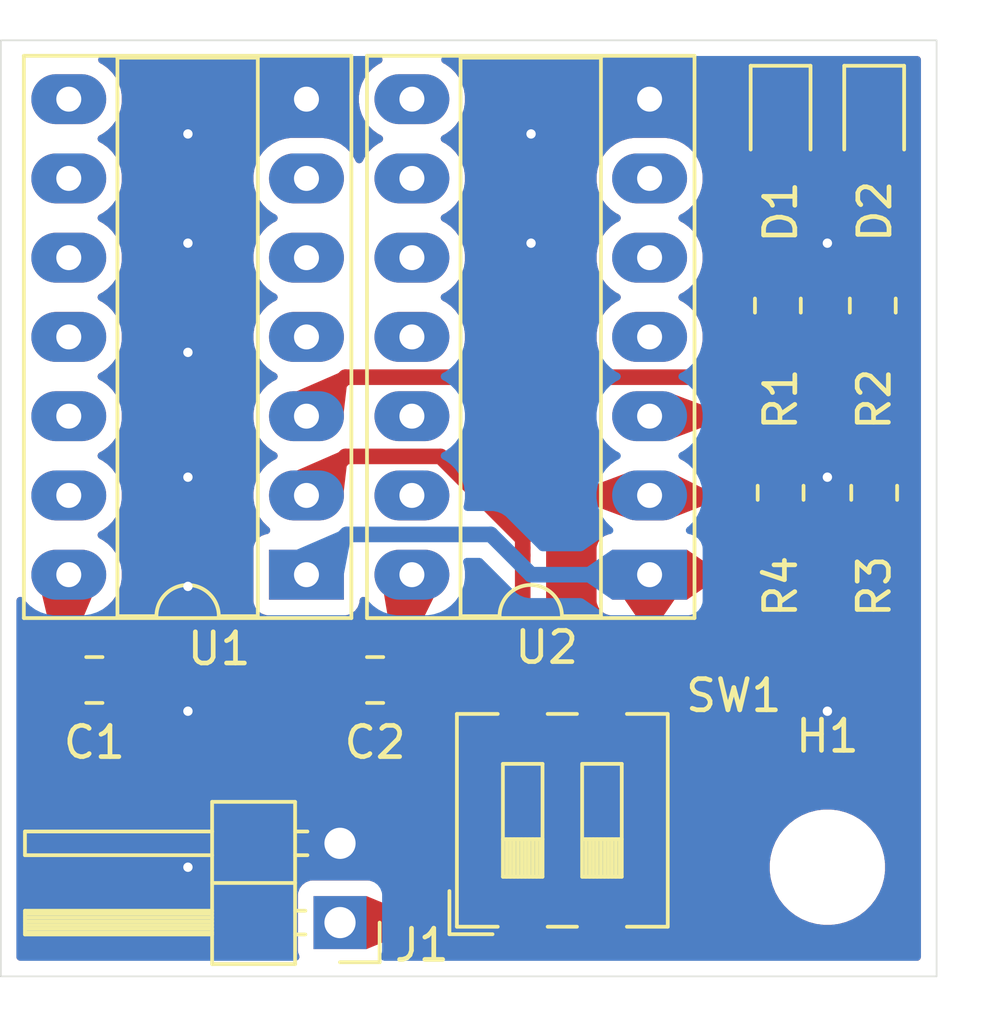
<source format=kicad_pcb>
(kicad_pcb (version 20240108) (generator "pcbnew") (generator_version "8.0")
  (title_block (title "HALF ADDER") (date "2024-03-02") (rev "v0.0") (company "MICAELA"))
  (layers (0 "F.Cu" signal) (31 "B.Cu" signal) (34 "B.Paste" user) (35 "F.Paste" user) (36 "B.SilkS" user "B.Silkscreen") (37 "F.SilkS" user "F.Silkscreen") (38 "B.Mask" user) (39 "F.Mask" user) (44 "Edge.Cuts" user))
  (net 0 "")
  (net 1 "GND")
  (net 2 "+5V")
  (net 3 "Net-(D1-A)")
  (net 4 "Net-(D2-A)")
  (net 5 "Net-(R1-Pad1)")
  (net 6 "Net-(R2-Pad1)")
  (net 7 "Net-(R3-Pad1)")
  (net 8 "Net-(R4-Pad1)")
  (footprint "Resistor_SMD:R_0805_2012Metric" (layer "F.Cu") (at 104.9125 73 90)
    (property "Reference" "R1" (at -3 0.0875 270) (layer "F.SilkS"))
    (property "Value" "470")
    (fp_line (start -0.227064 -0.735) (end 0.227064 -0.735) (stroke (width 0.12)) (layer "F.SilkS"))
    (fp_line (start -0.227064 0.735) (end 0.227064 0.735) (stroke (width 0.12)) (layer "F.SilkS"))
    (pad "1" smd roundrect (at -0.9125 0 90) (size 1.025 1.4) (layers "F.Cu" "F.Paste" "F.Mask") (roundrect_rratio 0.243902439) (net 5 "Net-(R1-Pad1)"))
    (pad "2" smd roundrect (at 0.9125 0 90) (size 1.025 1.4) (layers "F.Cu" "F.Paste" "F.Mask") (roundrect_rratio 0.243902439) (net 3 "Net-(D1-A)"))
  )
  (footprint "Package_DIP:DIP-14_W7.62mm_Socket_LongPads" (layer "F.Cu") (at 100.8 81.625 180)
    (property "Reference" "U2" (at 3.3 -2.33 180) (layer "F.SilkS"))
    (property "Value" "74LS08")
    (fp_line (start 9.06 16.63) (end 9.06 -1.39) (stroke (width 0.12)) (layer "F.SilkS"))
    (fp_line (start 9.06 -1.39) (end -1.44 -1.39) (stroke (width 0.12)) (layer "F.SilkS"))
    (fp_line (start 6.06 16.57) (end 6.06 -1.33) (stroke (width 0.12)) (layer "F.SilkS"))
    (fp_line (start 6.06 -1.33) (end 4.81 -1.33) (stroke (width 0.12)) (layer "F.SilkS"))
    (fp_line (start 2.81 -1.33) (end 1.56 -1.33) (stroke (width 0.12)) (layer "F.SilkS"))
    (fp_line (start 1.56 16.57) (end 6.06 16.57) (stroke (width 0.12)) (layer "F.SilkS"))
    (fp_line (start 1.56 -1.33) (end 1.56 16.57) (stroke (width 0.12)) (layer "F.SilkS"))
    (fp_line (start -1.44 16.63) (end 9.06 16.63) (stroke (width 0.12)) (layer "F.SilkS"))
    (fp_line (start -1.44 -1.39) (end -1.44 16.63) (stroke (width 0.12)) (layer "F.SilkS"))
    (fp_arc (start 4.81 -1.33) (mid 3.81 -0.33) (end 2.81 -1.33) (stroke (width 0.12)) (layer "F.SilkS"))
    (pad "1" thru_hole rect (at 0 0 180) (size 2.4 1.6) (drill 0.8) (layers "*.Cu" "*.Mask") (net 7 "Net-(R3-Pad1)"))
    (pad "2" thru_hole oval (at 0 2.54 180) (size 2.4 1.6) (drill 0.8) (layers "*.Cu" "*.Mask") (net 8 "Net-(R4-Pad1)"))
    (pad "3" thru_hole oval (at 0 5.08 180) (size 2.4 1.6) (drill 0.8) (layers "*.Cu" "*.Mask") (net 6 "Net-(R2-Pad1)"))
    (pad "4" thru_hole oval (at 0 7.62 180) (size 2.4 1.6) (drill 0.8) (layers "*.Cu" "*.Mask"))
    (pad "5" thru_hole oval (at 0 10.16 180) (size 2.4 1.6) (drill 0.8) (layers "*.Cu" "*.Mask"))
    (pad "6" thru_hole oval (at 0 12.7 180) (size 2.4 1.6) (drill 0.8) (layers "*.Cu" "*.Mask"))
    (pad "7" thru_hole oval (at 0 15.24 180) (size 2.4 1.6) (drill 0.8) (layers "*.Cu" "*.Mask") (net 1 "GND"))
    (pad "8" thru_hole oval (at 7.62 15.24 180) (size 2.4 1.6) (drill 0.8) (layers "*.Cu" "*.Mask"))
    (pad "9" thru_hole oval (at 7.62 12.7 180) (size 2.4 1.6) (drill 0.8) (layers "*.Cu" "*.Mask"))
    (pad "10" thru_hole oval (at 7.62 10.16 180) (size 2.4 1.6) (drill 0.8) (layers "*.Cu" "*.Mask"))
    (pad "11" thru_hole oval (at 7.62 7.62 180) (size 2.4 1.6) (drill 0.8) (layers "*.Cu" "*.Mask"))
    (pad "12" thru_hole oval (at 7.62 5.08 180) (size 2.4 1.6) (drill 0.8) (layers "*.Cu" "*.Mask"))
    (pad "13" thru_hole oval (at 7.62 2.54 180) (size 2.4 1.6) (drill 0.8) (layers "*.Cu" "*.Mask"))
    (pad "14" thru_hole oval (at 7.62 0 180) (size 2.4 1.6) (drill 0.8) (layers "*.Cu" "*.Mask") (net 2 "+5V"))
  )
  (footprint "LED_SMD:LED_0805_2012Metric" (layer "F.Cu") (at 105 67 -90)
    (property "Reference" "D1" (at 3 0 90) (layer "F.SilkS"))
    (property "Value" "LED")
    (fp_line (start -1.685 0.96) (end 1 0.96) (stroke (width 0.12)) (layer "F.SilkS"))
    (fp_line (start -1.685 -0.96) (end -1.685 0.96) (stroke (width 0.12)) (layer "F.SilkS"))
    (fp_line (start 1 -0.96) (end -1.685 -0.96) (stroke (width 0.12)) (layer "F.SilkS"))
    (pad "1" smd roundrect (at -0.9375 0 270) (size 0.975 1.4) (layers "F.Cu" "F.Paste" "F.Mask") (net 1 "GND"))
    (pad "2" smd roundrect (at 0.9375 0 270) (size 0.975 1.4) (layers "F.Cu" "F.Paste" "F.Mask") (net 3 "Net-(D1-A)"))
  )
  (footprint "Resistor_SMD:R_0805_2012Metric" (layer "F.Cu") (at 108 79 90)
    (property "Reference" "R3" (at -3 0 270) (layer "F.SilkS"))
    (property "Value" "10k")
    (fp_line (start -0.227064 -0.735) (end 0.227064 -0.735) (stroke (width 0.12)) (layer "F.SilkS"))
    (fp_line (start -0.227064 0.735) (end 0.227064 0.735) (stroke (width 0.12)) (layer "F.SilkS"))
    (pad "1" smd roundrect (at -0.9125 0 90) (size 1.025 1.4) (layers "F.Cu" "F.Paste" "F.Mask") (roundrect_rratio 0.243902439) (net 7 "Net-(R3-Pad1)"))
    (pad "2" smd roundrect (at 0.9125 0 90) (size 1.025 1.4) (layers "F.Cu" "F.Paste" "F.Mask") (roundrect_rratio 0.243902439) (net 1 "GND"))
  )
  (footprint "Resistor_SMD:R_0805_2012Metric" (layer "F.Cu") (at 107.955 73 90)
    (property "Reference" "R2" (at -3 0.045 270) (layer "F.SilkS"))
    (property "Value" "470")
    (fp_line (start -0.227064 -0.735) (end 0.227064 -0.735) (stroke (width 0.12)) (layer "F.SilkS"))
    (fp_line (start -0.227064 0.735) (end 0.227064 0.735) (stroke (width 0.12)) (layer "F.SilkS"))
    (pad "1" smd roundrect (at -0.9125 0 90) (size 1.025 1.4) (layers "F.Cu" "F.Paste" "F.Mask") (roundrect_rratio 0.243902439) (net 6 "Net-(R2-Pad1)"))
    (pad "2" smd roundrect (at 0.9125 0 90) (size 1.025 1.4) (layers "F.Cu" "F.Paste" "F.Mask") (roundrect_rratio 0.243902439) (net 4 "Net-(D2-A)"))
  )
  (footprint "Button_Switch_SMD:SW_DIP_SPSTx02_Slide_6.7x6.64mm_W6.73mm_P2.54mm_LowProfile_JPin" (layer "F.Cu") (at 98.0025 89.4975 90)
    (property "Reference" "SW1" (at 3.997501 5.497501 180) (layer "F.SilkS"))
    (property "Value" "SW_DIP_x02")
    (fp_line (start -3.65 -3.62) (end -2.267 -3.62) (stroke (width 0.12)) (layer "F.SilkS"))
    (fp_line (start -3.65 -3.62) (end -3.65 -2.237) (stroke (width 0.12)) (layer "F.SilkS"))
    (fp_line (start 3.41 -3.38) (end 3.41 -2.07) (stroke (width 0.12)) (layer "F.SilkS"))
    (fp_line (start -3.41 -3.38) (end 3.41 -3.38) (stroke (width 0.12)) (layer "F.SilkS"))
    (fp_line (start -3.41 -3.38) (end -3.41 -2.07) (stroke (width 0.12)) (layer "F.SilkS"))
    (fp_line (start 1.81 -1.905) (end -1.81 -1.905) (stroke (width 0.12)) (layer "F.SilkS"))
    (fp_line (start -0.603333 -1.905) (end -0.603333 -0.635) (stroke (width 0.12)) (layer "F.SilkS"))
    (fp_line (start -1.81 -1.905) (end -1.81 -0.635) (stroke (width 0.12)) (layer "F.SilkS"))
    (fp_line (start -1.81 -1.785) (end -0.603333 -1.785) (stroke (width 0.12)) (layer "F.SilkS"))
    (fp_line (start -1.81 -1.665) (end -0.603333 -1.665) (stroke (width 0.12)) (layer "F.SilkS"))
    (fp_line (start -1.81 -1.545) (end -0.603333 -1.545) (stroke (width 0.12)) (layer "F.SilkS"))
    (fp_line (start -1.81 -1.425) (end -0.603333 -1.425) (stroke (width 0.12)) (layer "F.SilkS"))
    (fp_line (start -1.81 -1.305) (end -0.603333 -1.305) (stroke (width 0.12)) (layer "F.SilkS"))
    (fp_line (start -1.81 -1.185) (end -0.603333 -1.185) (stroke (width 0.12)) (layer "F.SilkS"))
    (fp_line (start -1.81 -1.065) (end -0.603333 -1.065) (stroke (width 0.12)) (layer "F.SilkS"))
    (fp_line (start -1.81 -0.945) (end -0.603333 -0.945) (stroke (width 0.12)) (layer "F.SilkS"))
    (fp_line (start -1.81 -0.825) (end -0.603333 -0.825) (stroke (width 0.12)) (layer "F.SilkS"))
    (fp_line (start -1.81 -0.705) (end -0.603333 -0.705) (stroke (width 0.12)) (layer "F.SilkS"))
    (fp_line (start 1.81 -0.635) (end 1.81 -1.905) (stroke (width 0.12)) (layer "F.SilkS"))
    (fp_line (start -1.81 -0.635) (end 1.81 -0.635) (stroke (width 0.12)) (layer "F.SilkS"))
    (fp_line (start 3.41 -0.47) (end 3.41 0.47) (stroke (width 0.12)) (layer "F.SilkS"))
    (fp_line (start -3.41 -0.47) (end -3.41 0.47) (stroke (width 0.12)) (layer "F.SilkS"))
    (fp_line (start 1.81 0.635) (end -1.81 0.635) (stroke (width 0.12)) (layer "F.SilkS"))
    (fp_line (start -0.603333 0.635) (end -0.603333 1.905) (stroke (width 0.12)) (layer "F.SilkS"))
    (fp_line (start -1.81 0.635) (end -1.81 1.905) (stroke (width 0.12)) (layer "F.SilkS"))
    (fp_line (start -1.81 0.755) (end -0.603333 0.755) (stroke (width 0.12)) (layer "F.SilkS"))
    (fp_line (start -1.81 0.875) (end -0.603333 0.875) (stroke (width 0.12)) (layer "F.SilkS"))
    (fp_line (start -1.81 0.995) (end -0.603333 0.995) (stroke (width 0.12)) (layer "F.SilkS"))
    (fp_line (start -1.81 1.115) (end -0.603333 1.115) (stroke (width 0.12)) (layer "F.SilkS"))
    (fp_line (start -1.81 1.235) (end -0.603333 1.235) (stroke (width 0.12)) (layer "F.SilkS"))
    (fp_line (start -1.81 1.355) (end -0.603333 1.355) (stroke (width 0.12)) (layer "F.SilkS"))
    (fp_line (start -1.81 1.475) (end -0.603333 1.475) (stroke (width 0.12)) (layer "F.SilkS"))
    (fp_line (start -1.81 1.595) (end -0.603333 1.595) (stroke (width 0.12)) (layer "F.SilkS"))
    (fp_line (start -1.81 1.715) (end -0.603333 1.715) (stroke (width 0.12)) (layer "F.SilkS"))
    (fp_line (start -1.81 1.835) (end -0.603333 1.835) (stroke (width 0.12)) (layer "F.SilkS"))
    (fp_line (start 1.81 1.905) (end 1.81 0.635) (stroke (width 0.12)) (layer "F.SilkS"))
    (fp_line (start -1.81 1.905) (end 1.81 1.905) (stroke (width 0.12)) (layer "F.SilkS"))
    (fp_line (start 3.41 2.07) (end 3.41 3.38) (stroke (width 0.12)) (layer "F.SilkS"))
    (fp_line (start -3.41 2.07) (end -3.41 3.38) (stroke (width 0.12)) (layer "F.SilkS"))
    (fp_line (start -3.41 3.38) (end 3.41 3.38) (stroke (width 0.12)) (layer "F.SilkS"))
    (pad "1" smd rect (at -3.365 -1.27 90) (size 2.16 1.12) (layers "F.Cu" "F.Paste" "F.Mask") (net 2 "+5V"))
    (pad "2" smd rect (at -3.365 1.27 90) (size 2.16 1.12) (layers "F.Cu" "F.Paste" "F.Mask") (net 2 "+5V"))
    (pad "3" smd rect (at 3.365 1.27 90) (size 2.16 1.12) (layers "F.Cu" "F.Paste" "F.Mask") (net 7 "Net-(R3-Pad1)"))
    (pad "4" smd rect (at 3.365 -1.27 90) (size 2.16 1.12) (layers "F.Cu" "F.Paste" "F.Mask") (net 8 "Net-(R4-Pad1)"))
  )
  (footprint "Package_DIP:DIP-14_W7.62mm_Socket_LongPads" (layer "F.Cu") (at 89.8 81.625 180)
    (property "Reference" "U1" (at 2.8 -2.375 180) (layer "F.SilkS"))
    (property "Value" "74LS86")
    (fp_line (start 9.06 16.63) (end 9.06 -1.39) (stroke (width 0.12)) (layer "F.SilkS"))
    (fp_line (start 9.06 -1.39) (end -1.44 -1.39) (stroke (width 0.12)) (layer "F.SilkS"))
    (fp_line (start 6.06 16.57) (end 6.06 -1.33) (stroke (width 0.12)) (layer "F.SilkS"))
    (fp_line (start 6.06 -1.33) (end 4.81 -1.33) (stroke (width 0.12)) (layer "F.SilkS"))
    (fp_line (start 2.81 -1.33) (end 1.56 -1.33) (stroke (width 0.12)) (layer "F.SilkS"))
    (fp_line (start 1.56 16.57) (end 6.06 16.57) (stroke (width 0.12)) (layer "F.SilkS"))
    (fp_line (start 1.56 -1.33) (end 1.56 16.57) (stroke (width 0.12)) (layer "F.SilkS"))
    (fp_line (start -1.44 16.63) (end 9.06 16.63) (stroke (width 0.12)) (layer "F.SilkS"))
    (fp_line (start -1.44 -1.39) (end -1.44 16.63) (stroke (width 0.12)) (layer "F.SilkS"))
    (fp_arc (start 4.81 -1.33) (mid 3.81 -0.33) (end 2.81 -1.33) (stroke (width 0.12)) (layer "F.SilkS"))
    (pad "1" thru_hole rect (at 0 0 180) (size 2.4 1.6) (drill 0.8) (layers "*.Cu" "*.Mask") (net 7 "Net-(R3-Pad1)"))
    (pad "2" thru_hole oval (at 0 2.54 180) (size 2.4 1.6) (drill 0.8) (layers "*.Cu" "*.Mask") (net 8 "Net-(R4-Pad1)"))
    (pad "3" thru_hole oval (at 0 5.08 180) (size 2.4 1.6) (drill 0.8) (layers "*.Cu" "*.Mask") (net 5 "Net-(R1-Pad1)"))
    (pad "4" thru_hole oval (at 0 7.62 180) (size 2.4 1.6) (drill 0.8) (layers "*.Cu" "*.Mask"))
    (pad "5" thru_hole oval (at 0 10.16 180) (size 2.4 1.6) (drill 0.8) (layers "*.Cu" "*.Mask"))
    (pad "6" thru_hole oval (at 0 12.7 180) (size 2.4 1.6) (drill 0.8) (layers "*.Cu" "*.Mask"))
    (pad "7" thru_hole oval (at 0 15.24 180) (size 2.4 1.6) (drill 0.8) (layers "*.Cu" "*.Mask") (net 1 "GND"))
    (pad "8" thru_hole oval (at 7.62 15.24 180) (size 2.4 1.6) (drill 0.8) (layers "*.Cu" "*.Mask"))
    (pad "9" thru_hole oval (at 7.62 12.7 180) (size 2.4 1.6) (drill 0.8) (layers "*.Cu" "*.Mask"))
    (pad "10" thru_hole oval (at 7.62 10.16 180) (size 2.4 1.6) (drill 0.8) (layers "*.Cu" "*.Mask"))
    (pad "11" thru_hole oval (at 7.62 7.62 180) (size 2.4 1.6) (drill 0.8) (layers "*.Cu" "*.Mask"))
    (pad "12" thru_hole oval (at 7.62 5.08 180) (size 2.4 1.6) (drill 0.8) (layers "*.Cu" "*.Mask"))
    (pad "13" thru_hole oval (at 7.62 2.54 180) (size 2.4 1.6) (drill 0.8) (layers "*.Cu" "*.Mask"))
    (pad "14" thru_hole oval (at 7.62 0 180) (size 2.4 1.6) (drill 0.8) (layers "*.Cu" "*.Mask") (net 2 "+5V"))
  )
  (footprint "Capacitor_SMD:C_0805_2012Metric" (layer "F.Cu") (at 83 85)
    (property "Reference" "C1" (at 0 2 0) (layer "F.SilkS"))
    (property "Value" "100nF")
    (fp_line (start -0.261252 -0.735) (end 0.261252 -0.735) (stroke (width 0.12)) (layer "F.SilkS"))
    (fp_line (start -0.261252 0.735) (end 0.261252 0.735) (stroke (width 0.12)) (layer "F.SilkS"))
    (pad "1" smd roundrect (at -0.95 0) (size 1 1.45) (layers "F.Cu" "F.Paste" "F.Mask") (net 2 "+5V"))
    (pad "2" smd roundrect (at 0.95 0) (size 1 1.45) (layers "F.Cu" "F.Paste" "F.Mask") (net 1 "GND"))
  )
  (footprint "LED_SMD:LED_0805_2012Metric" (layer "F.Cu") (at 108 67 -90)
    (property "Reference" "D2" (at 2.98 -0.02 90) (layer "F.SilkS"))
    (property "Value" "LED")
    (fp_line (start -1.685 0.96) (end 1 0.96) (stroke (width 0.12)) (layer "F.SilkS"))
    (fp_line (start -1.685 -0.96) (end -1.685 0.96) (stroke (width 0.12)) (layer "F.SilkS"))
    (fp_line (start 1 -0.96) (end -1.685 -0.96) (stroke (width 0.12)) (layer "F.SilkS"))
    (pad "1" smd roundrect (at -0.9375 0 270) (size 0.975 1.4) (layers "F.Cu" "F.Paste" "F.Mask") (net 1 "GND"))
    (pad "2" smd roundrect (at 0.9375 0 270) (size 0.975 1.4) (layers "F.Cu" "F.Paste" "F.Mask") (net 4 "Net-(D2-A)"))
  )
  (footprint "Resistor_SMD:R_0805_2012Metric" (layer "F.Cu") (at 105 79 90)
    (property "Reference" "R4" (at -3 0 270) (layer "F.SilkS"))
    (property "Value" "10k")
    (fp_line (start -0.227064 -0.735) (end 0.227064 -0.735) (stroke (width 0.12)) (layer "F.SilkS"))
    (fp_line (start -0.227064 0.735) (end 0.227064 0.735) (stroke (width 0.12)) (layer "F.SilkS"))
    (pad "1" smd roundrect (at -0.9125 0 90) (size 1.025 1.4) (layers "F.Cu" "F.Paste" "F.Mask") (roundrect_rratio 0.243902439) (net 8 "Net-(R4-Pad1)"))
    (pad "2" smd roundrect (at 0.9125 0 90) (size 1.025 1.4) (layers "F.Cu" "F.Paste" "F.Mask") (roundrect_rratio 0.243902439) (net 1 "GND"))
  )
  (footprint "Capacitor_SMD:C_0805_2012Metric" (layer "F.Cu") (at 92 85 180)
    (property "Reference" "C2" (at 0 -2 180) (layer "F.SilkS"))
    (property "Value" "100nF")
    (fp_line (start -0.261252 0.735) (end 0.261252 0.735) (stroke (width 0.12)) (layer "F.SilkS"))
    (fp_line (start -0.261252 -0.735) (end 0.261252 -0.735) (stroke (width 0.12)) (layer "F.SilkS"))
    (pad "1" smd roundrect (at -0.95 0 180) (size 1 1.45) (layers "F.Cu" "F.Paste" "F.Mask") (net 2 "+5V"))
    (pad "2" smd roundrect (at 0.95 0 180) (size 1 1.45) (layers "F.Cu" "F.Paste" "F.Mask") (net 1 "GND"))
  )
  (footprint "MountingHole:MountingHole_3.2mm_M3" (layer "F.Cu") (at 106.5 91)
    (property "Reference" "H1" (at 0 -4.2 0) (layer "F.SilkS"))
    (property "Value" "MountingHole")
    (pad "" np_thru_hole circle (at 0 0) (size 3.2 3.2) (drill 3.2) (layers "*.Cu" "*.Mask"))
  )
  (footprint "Connector_PinHeader_2.54mm:PinHeader_1x02_P2.54mm_Horizontal" (layer "F.Cu") (at 90.875 92.775 180)
    (property "Reference" "J1" (at -2.625 -0.725 180) (layer "F.SilkS"))
    (property "Value" "Conn_01x02")
    (fp_line (start 10.1 2.92) (end 4.1 2.92) (stroke (width 0.12)) (layer "F.SilkS"))
    (fp_line (start 10.1 2.16) (end 10.1 2.92) (stroke (width 0.12)) (layer "F.SilkS"))
    (fp_line (start 10.1 0.38) (end 4.1 0.38) (stroke (width 0.12)) (layer "F.SilkS"))
    (fp_line (start 10.1 -0.38) (end 10.1 0.38) (stroke (width 0.12)) (layer "F.SilkS"))
    (fp_line (start 4.1 3.87) (end 4.1 -1.33) (stroke (width 0.12)) (layer "F.SilkS"))
    (fp_line (start 4.1 2.16) (end 10.1 2.16) (stroke (width 0.12)) (layer "F.SilkS"))
    (fp_line (start 4.1 0.28) (end 10.1 0.28) (stroke (width 0.12)) (layer "F.SilkS"))
    (fp_line (start 4.1 0.16) (end 10.1 0.16) (stroke (width 0.12)) (layer "F.SilkS"))
    (fp_line (start 4.1 0.04) (end 10.1 0.04) (stroke (width 0.12)) (layer "F.SilkS"))
    (fp_line (start 4.1 -0.08) (end 10.1 -0.08) (stroke (width 0.12)) (layer "F.SilkS"))
    (fp_line (start 4.1 -0.2) (end 10.1 -0.2) (stroke (width 0.12)) (layer "F.SilkS"))
    (fp_line (start 4.1 -0.32) (end 10.1 -0.32) (stroke (width 0.12)) (layer "F.SilkS"))
    (fp_line (start 4.1 -0.38) (end 10.1 -0.38) (stroke (width 0.12)) (layer "F.SilkS"))
    (fp_line (start 4.1 -1.33) (end 1.44 -1.33) (stroke (width 0.12)) (layer "F.SilkS"))
    (fp_line (start 1.44 3.87) (end 4.1 3.87) (stroke (width 0.12)) (layer "F.SilkS"))
    (fp_line (start 1.44 1.27) (end 4.1 1.27) (stroke (width 0.12)) (layer "F.SilkS"))
    (fp_line (start 1.44 -1.33) (end 1.44 3.87) (stroke (width 0.12)) (layer "F.SilkS"))
    (fp_line (start 1.11 0.38) (end 1.44 0.38) (stroke (width 0.12)) (layer "F.SilkS"))
    (fp_line (start 1.11 -0.38) (end 1.44 -0.38) (stroke (width 0.12)) (layer "F.SilkS"))
    (fp_line (start 1.042929 2.92) (end 1.44 2.92) (stroke (width 0.12)) (layer "F.SilkS"))
    (fp_line (start 1.042929 2.16) (end 1.44 2.16) (stroke (width 0.12)) (layer "F.SilkS"))
    (fp_line (start -1.27 0) (end -1.27 -1.27) (stroke (width 0.12)) (layer "F.SilkS"))
    (fp_line (start -1.27 -1.27) (end 0 -1.27) (stroke (width 0.12)) (layer "F.SilkS"))
    (pad "1" thru_hole rect (at 0 0 180) (size 1.7 1.7) (drill 1) (layers "*.Cu" "*.Mask") (net 2 "+5V"))
    (pad "2" thru_hole oval (at 0 2.54 180) (size 1.7 1.7) (drill 1) (layers "*.Cu" "*.Mask") (net 1 "GND"))
  )
  (gr_rect (start 80 64.5) (end 110 94.5) (stroke (width 0.05)) (fill none) (layer "Edge.Cuts"))
  (via (at 86 67.5) (size 0.6) (drill 0.3) (layers "F.Cu" "B.Cu") (net 1))
  (via (at 106.5 71) (size 0.6) (drill 0.3) (layers "F.Cu" "B.Cu") (net 1))
  (via (at 86 71) (size 0.6) (drill 0.3) (layers "F.Cu" "B.Cu") (net 1))
  (via (at 106.5 86) (size 0.6) (drill 0.3) (layers "F.Cu" "B.Cu") (net 1))
  (via (at 86 86) (size 0.6) (drill 0.3) (layers "F.Cu" "B.Cu") (net 1))
  (via (at 86 91) (size 0.6) (drill 0.3) (layers "F.Cu" "B.Cu") (net 1))
  (via (at 106.5 78.5) (size 0.6) (drill 0.3) (layers "F.Cu" "B.Cu") (net 1))
  (via (at 86 82) (size 0.6) (drill 0.3) (layers "F.Cu" "B.Cu") (net 1))
  (via (at 97 67.5) (size 0.6) (drill 0.3) (layers "F.Cu" "B.Cu") (net 1))
  (via (at 97 71) (size 0.6) (drill 0.3) (layers "F.Cu" "B.Cu") (net 1))
  (via (at 86 74.5) (size 0.6) (drill 0.3) (layers "F.Cu" "B.Cu") (net 1))
  (via (at 86 78.5) (size 0.6) (drill 0.3) (layers "F.Cu" "B.Cu") (net 1))
  (segment (start 93 87) (end 92.95 86.95) (width 1) (layer "F.Cu") (net 2))
  (segment (start 92.95 81.855) (end 93.18 81.625) (width 1) (layer "F.Cu") (net 2))
  (segment (start 98 91) (end 98 92.8625) (width 1) (layer "F.Cu") (net 2))
  (segment (start 90.875 92.775) (end 93.225 92.775) (width 1) (layer "F.Cu") (net 2))
  (segment (start 95.4725 87.9725) (end 93 87.9725) (width 1) (layer "F.Cu") (net 2))
  (segment (start 93 87.9725) (end 83.4725 87.9725) (width 1) (layer "F.Cu") (net 2))
  (segment (start 82.05 86.55) (end 82.05 85) (width 1) (layer "F.Cu") (net 2))
  (segment (start 93 87.9725) (end 93 87) (width 1) (layer "F.Cu") (net 2))
  (segment (start 96.5 90) (end 96.5 89) (width 1) (layer "F.Cu") (net 2))
  (segment (start 96 90) (end 96.5 90) (width 1) (layer "F.Cu") (net 2))
  (segment (start 98 92.8625) (end 99.2725 92.8625) (width 1) (layer "F.Cu") (net 2))
  (segment (start 97 90) (end 98 91) (width 1) (layer "F.Cu") (net 2))
  (segment (start 82.05 85) (end 82.05 81.755) (width 1) (layer "F.Cu") (net 2))
  (segment (start 96.5 89) (end 95.4725 87.9725) (width 1) (layer "F.Cu") (net 2))
  (segment (start 83.4725 87.9725) (end 82.05 86.55) (width 1) (layer "F.Cu") (net 2))
  (segment (start 96.5 90) (end 97 90) (width 1) (layer "F.Cu") (net 2))
  (segment (start 96.7325 92.8625) (end 98 92.8625) (width 1) (layer "F.Cu") (net 2))
  (segment (start 92.95 86.95) (end 92.95 85) (width 1) (layer "F.Cu") (net 2))
  (segment (start 92.95 85) (end 92.95 81.855) (width 1) (layer "F.Cu") (net 2))
  (segment (start 82.05 81.755) (end 82.18 81.625) (width 1) (layer "F.Cu") (net 2))
  (segment (start 93.225 92.775) (end 96 90) (width 1) (layer "F.Cu") (net 2))
  (segment (start 104.9125 72.0875) (end 104.9125 68.025) (width 0.5) (layer "F.Cu") (net 3))
  (segment (start 104.9125 68.025) (end 105 67.9375) (width 0.5) (layer "F.Cu") (net 3))
  (segment (start 107.955 72.0875) (end 107.955 67.9825) (width 0.5) (layer "F.Cu") (net 4))
  (segment (start 107.955 67.9825) (end 108 67.9375) (width 0.5) (layer "F.Cu") (net 4))
  (segment (start 89.8 76.545) (end 91.05 75.295) (width 0.5) (layer "F.Cu") (net 5))
  (segment (start 91.05 75.295) (end 104.205 75.295) (width 0.5) (layer "F.Cu") (net 5))
  (segment (start 104.9125 74.5875) (end 104.9125 73.9125) (width 0.5) (layer "F.Cu") (net 5))
  (segment (start 104.205 75.295) (end 104.9125 74.5875) (width 0.5) (layer "F.Cu") (net 5))
  (segment (start 107.955 75.545) (end 106.955 76.545) (width 0.5) (layer "F.Cu") (net 6))
  (segment (start 107.955 73.9125) (end 107.955 75.545) (width 0.5) (layer "F.Cu") (net 6))
  (segment (start 106.955 76.545) (end 100.8 76.545) (width 0.5) (layer "F.Cu") (net 6))
  (segment (start 99.2725 85.2275) (end 100.8 83.7) (width 0.5) (layer "F.Cu") (net 7))
  (segment (start 108 81) (end 108 79.9125) (width 0.5) (layer "F.Cu") (net 7))
  (segment (start 100.8 81.625) (end 107.375 81.625) (width 0.5) (layer "F.Cu") (net 7))
  (segment (start 107.375 81.625) (end 108 81) (width 0.5) (layer "F.Cu") (net 7))
  (segment (start 99.2725 86.1325) (end 99.2725 85.2275) (width 0.5) (layer "F.Cu") (net 7))
  (segment (start 100.8 83.7) (end 100.8 81.625) (width 0.5) (layer "F.Cu") (net 7))
  (segment (start 89.8 81.625) (end 91.09 80.335) (width 0.5) (layer "B.Cu") (net 7))
  (segment (start 91.09 80.335) (end 95.71 80.335) (width 0.5) (layer "B.Cu") (net 7))
  (segment (start 95.71 80.335) (end 97 81.625) (width 0.5) (layer "B.Cu") (net 7))
  (segment (start 97 81.625) (end 100.8 81.625) (width 0.5) (layer "B.Cu") (net 7))
  (segment (start 89.8 79.085) (end 91.05 77.835) (width 0.5) (layer "F.Cu") (net 8))
  (segment (start 96.7325 80.7675) (end 96.7325 80.469733) (width 0.5) (layer "F.Cu") (net 8))
  (segment (start 94.097767 77.835) (end 96.7325 80.469733) (width 0.5) (layer "F.Cu") (net 8))
  (segment (start 98.415 79.085) (end 100.8 79.085) (width 0.5) (layer "F.Cu") (net 8))
  (segment (start 103.4125 79.9125) (end 102.585 79.085) (width 0.5) (layer "F.Cu") (net 8))
  (segment (start 98.117233 79.085) (end 100.8 79.085) (width 0.5) (layer "F.Cu") (net 8))
  (segment (start 97.452233 79.75) (end 96.7325 80.469733) (width 0.5) (layer "F.Cu") (net 8))
  (segment (start 102.585 79.085) (end 100.8 79.085) (width 0.5) (layer "F.Cu") (net 8))
  (segment (start 96.7325 81) (end 96.7325 80.7675) (width 0.5) (layer "F.Cu") (net 8))
  (segment (start 97.452233 79.75) (end 98.117233 79.085) (width 0.5) (layer "F.Cu") (net 8))
  (segment (start 91.05 77.835) (end 94.097767 77.835) (width 0.5) (layer "F.Cu") (net 8))
  (segment (start 105 79.9125) (end 103.4125 79.9125) (width 0.5) (layer "F.Cu") (net 8))
  (segment (start 96.7325 86.1325) (end 96.7325 81) (width 0.5) (layer "F.Cu") (net 8))
  (zone (net 1) (net_name "GND") (layers "F&B.Cu") (connect_pads yes (clearance 0.5)) (min_thickness 0.25) (fill yes (thermal_gap 0.5) (thermal_bridge_width 0.5))
    (polygon (pts (xy 80 64.5) (xy 80 94.5) (xy 110 94.5) (xy 110 64.5)))
  )
)
</source>
